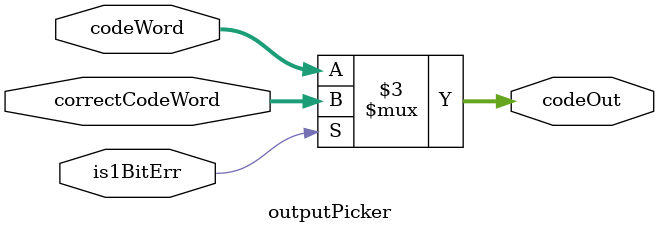
<source format=sv>
`default_nettype none

module SECDEDdecoder

  (input logic [12:0] inCode,
   output logic [3:0] syndrome,
   output logic is1BitErr, is2BitErr,
   output logic [12:0] outCode);

  makeSyndrome mS (.codeWord(inCode),
                    .syndrome(syndrome));

  logic [12:0] correctCodeWord;
  makeCorrect mC (.codeWord(inCode),
                  .syndrome(syndrome),
                  .correctCodeWord(correctCodeWord));
  logic globalErr;
  checkGlobal cG (.codeWord(inCode),
                  .globalErr(globalErr));
  logic cleanSyndrome;
  makeCleanSyndrome mCS (.syndrome(syndrome),
                         .cleanSyndrome(cleanSyndrome));

  check1BitErr c1 (.globalErr(globalErr),
                   .cleanSyndrome(cleanSyndrome),
                   .is1BitErr(is1BitErr));
  check2BitErr c2 (.globalErr(globalErr),
                   .cleanSyndrome(cleanSyndrome),
                   .is2BitErr(is2BitErr));
  outputPicker oP (.codeWord(inCode),
                   .correctCodeWord(correctCodeWord),
                   .is1BitErr(is1BitErr),
                   .codeOut(outCode));


endmodule: SECDEDdecoder

// Module that checks whether
// the syndrome bits are all 0s
module makeCleanSyndrome
  (input logic [3:0] syndrome,
   output logic cleanSyndrome);

  assign cleanSyndrome = syndrome[0] | syndrome[1]
                       | syndrome[2] | syndrome[3];

endmodule

// Module that outputs the syndrome
module makeSyndrome
  (input logic [12:0] codeWord,
   output logic [3:0] syndrome);

  // Syndrome[0]
  xor (syndrome[0], codeWord[1], codeWord[3],
       codeWord[5], codeWord[7], codeWord[9], codeWord[11]);

  // Syndrome[1]
  xor (syndrome[1], codeWord[2], codeWord[3],
       codeWord[6], codeWord[7], codeWord[10], codeWord[11]);

  // Syndrome[2]
  xor (syndrome[2], codeWord[4], codeWord[5],
       codeWord[6], codeWord[7], codeWord[12]);

  // Syndrome[3]
  xor (syndrome[3], codeWord[8], codeWord[9],
       codeWord[10], codeWord[11], codeWord[12]);

endmodule: makeSyndrome

module makeCorrect
  (input logic [12:0] codeWord,
   input logic [3:0] syndrome,
   output logic [12:0] correctCodeWord);

  logic [12:0] mask;

  always_comb begin
    mask = 13'd1;
    mask = mask << syndrome;
    correctCodeWord = codeWord;
    correctCodeWord = correctCodeWord ^ mask;
  end

endmodule: makeCorrect

// Module to check global parity
module checkGlobal
  (input logic [12:0] codeWord,
   output logic globalErr);

  assign globalErr = codeWord[0] ^ codeWord[1] ^ codeWord[2]
                   ^ codeWord[3] ^ codeWord[4] ^ codeWord[5]
                   ^ codeWord[6] ^ codeWord[7] ^ codeWord[8]
                   ^ codeWord[9] ^ codeWord[10] ^ codeWord[11]
                   ^ codeWord[12];

endmodule : checkGlobal

// Module to check for 1-bit error
module check1BitErr
  (input logic cleanSyndrome,
   input logic globalErr,
   output logic is1BitErr);

  always_comb begin
   if (globalErr == 1 && cleanSyndrome == 1)
     is1BitErr = 1;
   else
     is1BitErr = 0;
  end

endmodule : check1BitErr

// Module to check for 1-bit error
module check2BitErr
  (input logic cleanSyndrome,
   input logic globalErr,
   output logic is2BitErr);

  always_comb begin
    if (globalErr == 0 && cleanSyndrome == 1)
      is2BitErr = 1;
    else
      is2BitErr = 0;
  end

endmodule : check2BitErr

// Module to pick the correct output
module outputPicker
  (input logic [12:0] codeWord, correctCodeWord,
   input logic is1BitErr,
   output logic [12:0] codeOut);

  always_comb begin
    if (is1BitErr)
      codeOut = correctCodeWord;
    else
      codeOut = codeWord;
  end

endmodule : outputPicker
</source>
